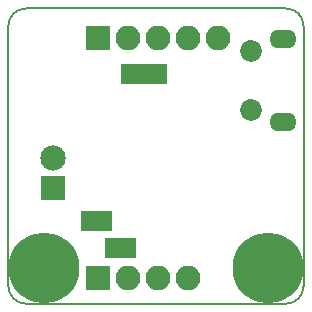
<source format=gbr>
G04 #@! TF.FileFunction,Soldermask,Bot*
%FSLAX46Y46*%
G04 Gerber Fmt 4.6, Leading zero omitted, Abs format (unit mm)*
G04 Created by KiCad (PCBNEW 4.0.5) date Sunday, 09. April 2017 'u43' 16:43:39*
%MOMM*%
%LPD*%
G01*
G04 APERTURE LIST*
%ADD10C,0.100000*%
%ADD11C,0.150000*%
%ADD12C,6.000000*%
%ADD13R,1.370000X1.670000*%
%ADD14C,1.850000*%
%ADD15O,2.300000X1.600000*%
%ADD16R,2.100000X2.100000*%
%ADD17O,2.100000X2.100000*%
%ADD18R,2.150000X2.150000*%
%ADD19C,2.150000*%
G04 APERTURE END LIST*
D10*
D11*
X113500000Y-135000000D02*
G75*
G03X115000000Y-133500000I0J1500000D01*
G01*
X90000000Y-133500000D02*
G75*
G03X91500000Y-135000000I1500000J0D01*
G01*
X115000000Y-111500000D02*
G75*
G03X113500000Y-110000000I-1500000J0D01*
G01*
X91500000Y-110000000D02*
G75*
G03X90000000Y-111500000I0J-1500000D01*
G01*
X113500000Y-135000000D02*
X91500000Y-135000000D01*
X115000000Y-111500000D02*
X115000000Y-133500000D01*
X91500000Y-110000000D02*
X113500000Y-110000000D01*
X90000000Y-133500000D02*
X90000000Y-111500000D01*
D12*
X112000000Y-132000000D03*
D13*
X100160000Y-130320000D03*
X98880000Y-130320000D03*
X98140000Y-128000000D03*
X96860000Y-128000000D03*
D14*
X110550000Y-113580000D03*
X110550000Y-118580000D03*
D15*
X113250000Y-112580000D03*
X113250000Y-119580000D03*
D16*
X97620000Y-112540000D03*
D17*
X100160000Y-112540000D03*
X102700000Y-112540000D03*
X105240000Y-112540000D03*
X107780000Y-112540000D03*
D16*
X97620000Y-132860000D03*
D17*
X100160000Y-132860000D03*
X102700000Y-132860000D03*
X105240000Y-132860000D03*
D12*
X93000000Y-132000000D03*
D13*
X102770000Y-115588000D03*
X101500000Y-115588000D03*
X100230000Y-115588000D03*
D18*
X93810000Y-125200000D03*
D19*
X93810000Y-122700000D03*
M02*

</source>
